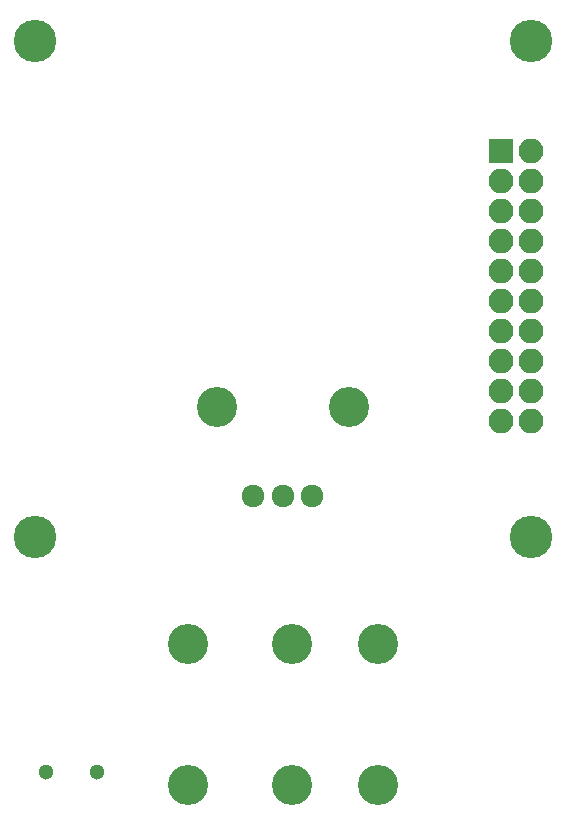
<source format=gbs>
G04 #@! TF.FileFunction,Soldermask,Bot*
%FSLAX46Y46*%
G04 Gerber Fmt 4.6, Leading zero omitted, Abs format (unit mm)*
G04 Created by KiCad (PCBNEW 4.0.7-e2-6376~61~ubuntu18.04.1) date Sat Nov 30 19:21:56 2019*
%MOMM*%
%LPD*%
G01*
G04 APERTURE LIST*
%ADD10C,0.100000*%
%ADD11C,1.300000*%
%ADD12C,3.600000*%
%ADD13R,2.100000X2.100000*%
%ADD14O,2.100000X2.100000*%
%ADD15C,3.400000*%
%ADD16C,1.924000*%
G04 APERTURE END LIST*
D10*
D11*
X127340000Y-129340000D03*
X131740000Y-129340000D03*
D12*
X126428000Y-109500000D03*
X168428000Y-109500000D03*
X168428000Y-67500000D03*
X126428000Y-67500000D03*
D13*
X165888000Y-76800000D03*
D14*
X168428000Y-76800000D03*
X165888000Y-79340000D03*
X168428000Y-79340000D03*
X165888000Y-81880000D03*
X168428000Y-81880000D03*
X165888000Y-84420000D03*
X168428000Y-84420000D03*
X165888000Y-86960000D03*
X168428000Y-86960000D03*
X165888000Y-89500000D03*
X168428000Y-89500000D03*
X165888000Y-92040000D03*
X168428000Y-92040000D03*
X165888000Y-94580000D03*
X168428000Y-94580000D03*
X165888000Y-97120000D03*
X168428000Y-97120000D03*
X165888000Y-99660000D03*
X168428000Y-99660000D03*
D15*
X155478000Y-118500000D03*
X139378000Y-118500000D03*
X148178000Y-118500000D03*
X155478000Y-130500000D03*
X139378000Y-130500000D03*
X148178000Y-130500000D03*
D16*
X144928000Y-106000000D03*
X147428000Y-106000000D03*
X149928000Y-106000000D03*
D15*
X141828000Y-98500000D03*
X153028000Y-98500000D03*
M02*

</source>
